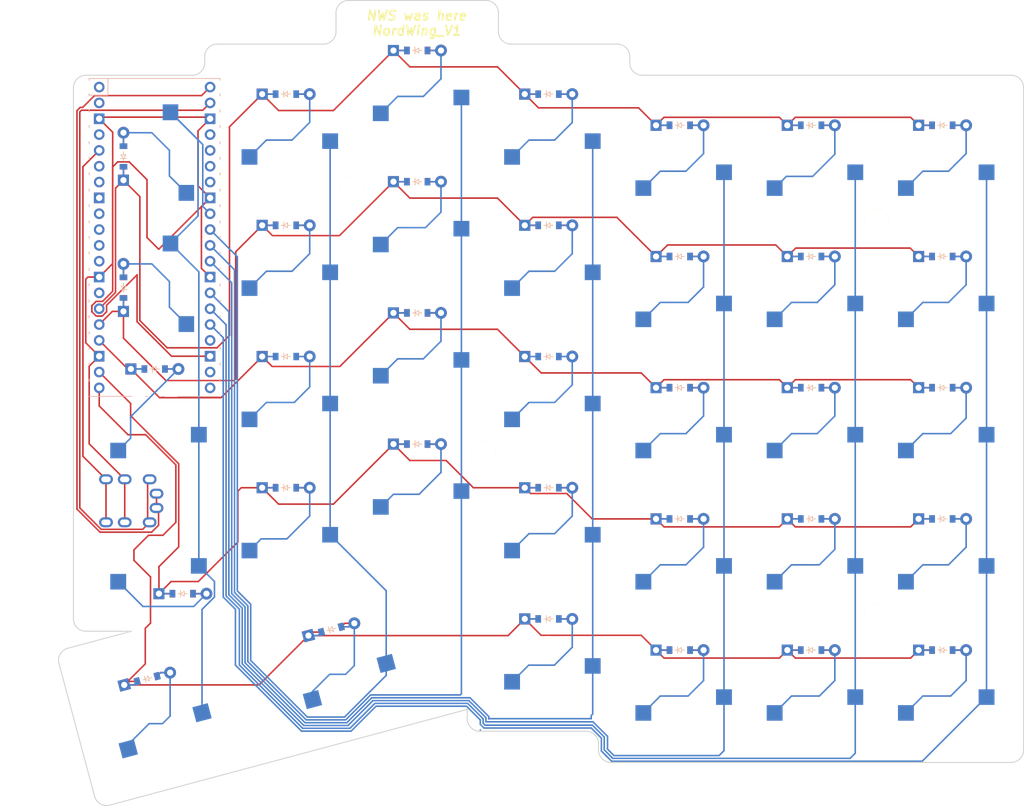
<source format=kicad_pcb>
(kicad_pcb (version 20241229) (generator "pcbnew") (generator_version "9.0")
  (title_block (title "right") (rev "v1.0.0") (company "Unknown"))
  (layers (0 "F.Cu" signal) (2 "B.Cu" signal) (13 "F.Paste" user) (15 "B.Paste" user) (5 "F.SilkS" user "F.Silkscreen") (7 "B.SilkS" user "B.Silkscreen") (1 "F.Mask" user) (3 "B.Mask" user) (25 "Edge.Cuts" user))
  (net 0 "")
  (net 1 "GP6")
  (net 2 "inner_bottom")
  (net 3 "inner_home")
  (net 4 "GP7")
  (net 5 "index_bottom")
  (net 6 "index_home")
  (net 7 "index_top")
  (net 8 "index_num")
  (net 9 "GP8")
  (net 10 "middle_bottom")
  (net 11 "middle_home")
  (net 12 "middle_top")
  (net 13 "middle_num")
  (net 14 "GP9")
  (net 15 "ring_thumb")
  (net 16 "ring_bottom")
  (net 17 "ring_home")
  (net 18 "ring_top")
  (net 19 "ring_num")
  (net 20 "GP10")
  (net 21 "pinky_thumb")
  (net 22 "pinky_bottom")
  (net 23 "pinky_home")
  (net 24 "pinky_top")
  (net 25 "pinky_num")
  (net 26 "GP11")
  (net 27 "right_thumb")
  (net 28 "right_bottom")
  (net 29 "right_home")
  (net 30 "right_top")
  (net 31 "right_num")
  (net 32 "GP12")
  (net 33 "right2_thumb")
  (net 34 "right2_bottom")
  (net 35 "right2_home")
  (net 36 "right2_top")
  (net 37 "right2_num")
  (net 38 "back_space_default")
  (net 39 "enter_default")
  (net 40 "inner_top")
  (net 41 "inner_num")
  (net 42 "GP17")
  (net 43 "GP18")
  (net 44 "GP19")
  (net 45 "GP20")
  (net 46 "GP16")
  (net 47 "GP0")
  (net 48 "GP1")
  (net 49 "GND")
  (net 50 "3V3")
  (net 51 "GP2")
  (net 52 "GP3")
  (net 53 "GP4")
  (net 54 "GP5")
  (net 55 "GP13")
  (net 56 "GP14")
  (net 57 "GP15")
  (net 58 "GP21")
  (net 59 "GP22")
  (net 60 "GP26")
  (net 61 "GP27")
  (net 62 "GP28")
  (net 63 "RUN")
  (net 64 "ADC_VREF")
  (net 65 "3V3_EN")
  (net 66 "VSYS")
  (net 67 "VBUS")
  (net 68 "AGND")
  (footprint "MX" (layer "F.Cu") (at 334.2 157.9 180)
    (property "Reference" "S18" (hide yes))
    (property "Value" "" (hide yes))
  )
  (footprint "ComboDiode" (layer "F.Cu") (at 376.3 152.9)
    (property "Reference" "D26" (hide yes))
    (property "Value" "" (hide yes))
  )
  (footprint "MX" (layer "F.Cu") (at 376.3 178.95 180)
    (property "Reference" "S27" (hide yes))
    (property "Value" "" (hide yes))
  )
  (footprint "ComboDiode" (layer "F.Cu") (at 376.3 131.85)
    (property "Reference" "D27" (hide yes))
    (property "Value" "" (hide yes))
  )
  (footprint "ComboDiode" (layer "F.Cu") (at 248.800905 199.600371 15)
    (property "Reference" "D29" (hide yes))
    (property "Value" "" (hide yes))
  )
  (footprint "ComboDiode" (layer "F.Cu") (at 355.25 110.8)
    (property "Reference" "D23" (hide yes))
    (property "Value" "" (hide yes))
  )
  (footprint "ComboDiode" (layer "F.Cu") (at 271.05 105.8)
    (property "Reference" "D4" (hide yes))
    (property "Value" "" (hide yes))
  )
  (footprint "MX" (layer "F.Cu") (at 250.095 204.43 -165)
    (property "Reference" "S31" (hide yes))
    (property "Value" "" (hide yes))
  )
  (footprint "ComboDiode" (layer "F.Cu") (at 271.05 168.95)
    (property "Reference" "D1" (hide yes))
    (property "Value" "" (hide yes))
  )
  (footprint "ComboDiode" (layer "F.Cu") (at 355.25 195)
    (property "Reference" "D19" (hide yes))
    (property "Value" "" (hide yes))
  )
  (footprint "MX" (layer "F.Cu") (at 355.25 136.85 180)
    (property "Reference" "S24" (hide yes))
    (property "Value" "" (hide yes))
  )
  (footprint "MX" (layer "F.Cu") (at 250 157.9 180)
    (property "Reference" "S2" (hide yes))
    (property "Value" "" (hide yes))
  )
  (footprint "MX" (layer "F.Cu") (at 250 178.95 180)
    (property "Reference" "S1" (hide yes))
    (property "Value" "" (hide yes))
  )
  (footprint "MX" (layer "F.Cu") (at 334.2 178.95 180)
    (property "Reference" "S17" (hide yes))
    (property "Value" "" (hide yes))
  )
  (footprint "MX" (layer "F.Cu") (at 355.25 115.8 180)
    (property "Reference" "S25" (hide yes))
    (property "Value" "" (hide yes))
  )
  (footprint "TRRS-PJ-320A-dual" (layer "F.Cu") (at 239 169.9 90)
    (property "Reference" "TRRS1")
    (property "Value" "TRRS-PJ-320A-dual")
  )
  (footprint "MX" (layer "F.Cu") (at 279.628182 196.516608 -165)
    (property "Reference" "S32" (hide yes))
    (property "Value" "" (hide yes))
  )
  (footprint "MX" (layer "F.Cu") (at 313.15 173.95 180)
    (property "Reference" "S12" (hide yes))
    (property "Value" "" (hide yes))
  )
  (footprint "MX" (layer "F.Cu") (at 292.1 124.85 180)
    (property "Reference" "S9" (hide yes))
    (property "Value" "" (hide yes))
  )
  (footprint "ComboDiode" (layer "F.Cu") (at 313.15 147.9)
    (property "Reference" "D11" (hide yes))
    (property "Value" "" (hide yes))
  )
  (footprint "ComboDiode" (layer "F.Cu") (at 245 115.8 90)
    (property "Reference" "D32" (hide yes))
    (property "Value" "" (hide yes))
  )
  (footprint "MX" (layer "F.Cu") (at 292.1 145.9 180)
    (property "Reference" "S8" (hide yes))
    (property "Value" "" (hide yes))
  )
  (footprint "ComboDiode" (layer "F.Cu") (at 292.1 161.95)
    (property "Reference" "D5" (hide yes))
    (property "Value" "" (hide yes))
  )
  (footprint "ComboDiode" (layer "F.Cu") (at 292.1 98.8)
    (property "Reference" "D8" (hide yes))
    (property "Value" "" (hide yes))
  )
  (footprint "ComboDiode" (layer "F.Cu") (at 376.3 110.8)
    (property "Reference" "D28" (hide yes))
    (property "Value" "" (hide yes))
  )
  (footprint "HOLE_M2_TH" (layer "F.Cu") (at 365.775 126.325)
    (property "Reference" "")
    (property "Value" "")
  )
  (footprint "ComboDiode" (layer "F.Cu") (at 313.15 105.8)
    (property "Reference" "D13" (hide yes))
    (property "Value" "" (hide yes))
  )
  (footprint "MX" (layer "F.Cu") (at 376.3 157.9 180)
    (property "Reference" "S28" (hide yes))
    (property "Value" "" (hide yes))
  )
  (footprint "ComboDiode" (layer "F.Cu") (at 271.05 126.85)
    (property "Reference" "D3" (hide yes))
    (property "Value" "" (hide yes))
  )
  (footprint "MX" (layer "F.Cu") (at 334.2 136.85 180)
    (property "Reference" "S19" (hide yes))
    (property "Value" "" (hide yes))
  )
  (footprint "MX" (layer "F.Cu") (at 271.05 110.8 180)
    (property "Reference" "S6" (hide yes))
    (property "Value" "" (hide yes))
  )
  (footprint "ComboDiode" (layer "F.Cu") (at 334.2 110.8)
    (property "Reference" "D18" (hide yes))
    (property "Value" "" (hide yes))
  )
  (footprint "ComboDiode" (layer "F.Cu") (at 292.1 119.85)
    (property "Reference" "D7" (hide yes))
    (property "Value" "" (hide yes))
  )
  (footprint "HOLE_M2_TH" (layer "F.Cu") (at 260.525 189.475)
    (property "Reference" "")
    (property "Value" "")
  )
  (footprint "MX" (layer "F.Cu") (at 334.2 115.8 180)
    (property "Reference" "S20" (hide yes))
    (property "Value" "" (hide yes))
  )
  (footprint "HOLE_M2_TH" (layer "F.Cu") (at 302.625 163.5)
    (property "Reference" "")
    (property "Value" "")
  )
  (footprint "ComboDiode" (layer "F.Cu") (at 355.25 152.9)
    (property "Reference" "D21" (hide yes))
    (property "Value" "" (hide yes))
  )
  (footprint "MX" (layer "F.Cu") (at 313.15 131.85 180)
    (property "Reference" "S14" (hide yes))
    (property "Value" "" (hide yes))
  )
  (footprint "ComboDiode" (layer "F.Cu") (at 313.15 190)
    (property "Reference" "D9" (hide yes))
    (property "Value" "" (hide yes))
  )
  (footprint "MX" (layer "F.Cu") (at 250 115.8 -90)
    (property "Reference" "S34" (hide yes))
    (property "Value" "" (hide yes))
  )
  (footprint "ComboDiode" (layer "F.Cu") (at 334.2 152.9)
    (property "Reference" "D16" (hide yes))
    (property "Value" "" (hide yes))
  )
  (footprint "RPi_Pico_SMD_TH" (layer "F.Cu") (at 250 128.8)
    (property "Reference" "_1" (hide yes))
    (property "Value" "RPi_Pico_SMD_TH")
  )
  (footprint "ComboDiode" (layer "F.Cu") (at 376.3 173.95)
    (property "Reference" "D25" (hide yes))
    (property "Value" "" (hide yes))
  )
  (footprint "ComboDiode" (layer "F.Cu") (at 245 136.85 90)
    (property "Reference" "D31" (hide yes))
    (property "Value" "" (hide yes))
  )
  (footprint "MX" (layer "F.Cu") (at 334.2 200 180)
    (property "Reference" "S16" (hide yes))
    (property "Value" "" (hide yes))
  )
  (footprint "ComboDiode" (layer "F.Cu") (at 334.2 173.95)
    (property "Reference" "D15" (hide yes))
    (property "Value" "" (hide yes))
  )
  (footprint "MX" (layer "F.Cu") (at 355.25 200 180)
    (property "Reference" "S21" (hide yes))
    (property "Value" "" (hide yes))
  )
  (footprint "MX" (layer "F.Cu") (at 271.05 131.85 180)
    (property "Reference" "S5" (hide yes))
    (property "Value" "" (hide yes))
  )
  (footprint "ComboDiode" (layer "F.Cu") (at 313.15 168.95)
    (property "Reference" "D10" (hide yes))
    (property "Value" "" (hide yes))
  )
  (footprint "ComboDiode" (layer "F.Cu") (at 313.15 126.85)
    (property "Reference" "D12" (hide yes))
    (property "Value" "" (hide yes))
  )
  (footprint "MX" (layer "F.Cu") (at 376.3 200 180)
    (property "Reference" "S26" (hide yes))
    (property "Value" "" (hide yes))
  )
  (footprint "MX" (layer "F.Cu") (at 292.1 166.95 180)
    (property "Reference" "S7" (hide yes))
    (property "Value" "" (hide yes))
  )
  (footprint "MX" (layer "F.Cu") (at 355.25 157.9 180)
    (property "Reference" "S23" (hide yes))
    (property "Value" "" (hide yes))
  )
  (footprint "ComboDiode" (layer "F.Cu") (at 250 149.9)
    (property "Reference" "D33" (hide yes))
    (property "Value" "" (hide yes))
  )
  (footprint "MX" (layer "F.Cu") (at 376.3 115.8 180)
    (property "Reference" "S30" (hide yes))
    (property "Value" "" (hide yes))
  )
  (footprint "MX" (layer "F.Cu") (at 376.3 136.85 180)
    (property "Reference" "S29" (hide yes))
    (property "Value" "" (hide yes))
  )
  (footprint "ComboDiode" (layer "F.Cu") (at 254.5 185.95)
    (property "Reference" "D34" (hide yes))
    (property "Value" "" (hide yes))
  )
  (footprint "MX" (layer "F.Cu") (at 292.1 103.8 180)
    (property "Reference" "S10" (hide yes))
    (property "Value" "" (hide yes))
  )
  (footprint "MX" (layer "F.Cu") (at 271.05 152.9 180)
    (property "Reference" "S4" (hide yes))
    (property "Value" "" (hide yes))
  )
  (footprint "ComboDiode" (layer "F.Cu") (at 292.1 140.9)
    (property "Reference" "D6" (hide yes))
    (property "Value" "" (hide yes))
  )
  (footprint "MX" (layer "F.Cu") (at 313.15 195 180)
    (property "Reference" "S11" (hide yes))
    (property "Value" "" (hide yes))
  )
  (footprint "MX" (layer "F.Cu") (at 355.25 178.95 180)
    (property "Reference" "S22" (hide yes))
    (property "Value" "" (hide yes))
  )
  (footprint "ComboDiode" (layer "F.Cu") (at 278.334087 191.686979 15)
    (property "Reference" "D30" (hide yes))
    (property "Value" "" (hide yes))
  )
  (footprint "HOLE_M2_TH" (layer "F.Cu") (at 365.775 189.475)
    (property "Reference" "")
    (property "Value" "")
  )
  (footprint "MX" (layer "F.Cu") (at 313.15 152.9 180)
    (property "Reference" "S13" (hide yes))
    (property "Value" "" (hide yes))
  )
  (footprint "ComboDiode" (layer "F.Cu") (at 334.2 195)
    (property "Reference" "D14" (hide yes))
    (property "Value" "" (hide yes))
  )
  (footprint "ComboDiode" (layer "F.Cu") (at 271.05 147.9)
    (property "Reference" "D2" (hide yes))
    (property "Value" "" (hide yes))
  )
  (footprint "HOLE_M2_TH" (layer "F.Cu") (at 281.575 121)
    (property "Reference" "")
    (property "Value" "")
  )
  (footprint "ComboDiode" (layer "F.Cu") (at 355.25 131.85)
    (property "Reference" "D22" (hide yes))
    (property "Value" "" (hide yes))
  )
  (footprint "ComboDiode" (layer "F.Cu") (at 355.25 173.95)
    (property "Reference" "D20" (hide yes))
    (property "Value" "" (hide yes))
  )
  (footprint "MX" (layer "F.Cu") (at 313.15 110.8 180)
    (property "Reference" "S15" (hide yes))
    (property "Value" "" (hide yes))
  )
  (footprint "ComboDiode" (layer "F.Cu") (at 376.3 195)
    (property "Reference" "D24" (hide yes))
    (property "Value" "" (hide yes))
  )
  (footprint "MX" (layer "F.Cu") (at 250 136.85 -90)
    (property "Reference" "S33" (hide yes))
    (property "Value" "" (hide yes))
  )
  (footprint "ComboDiode" (layer "F.Cu") (at 334.2 131.85)
    (property "Reference" "D17" (hide yes))
    (property "Value" "" (hide yes))
  )
  (footprint "MX" (layer "F.Cu") (at 271.05 173.95 180)
    (property "Reference" "S3" (hide yes))
    (property "Value" "" (hide yes))
  )
  (gr_line (start 242.816786 219.864664) (end 300.125 204.508974) (stroke (width 0.15)) (layer "Edge.Cuts"))
  (gr_arc (start 258.025 99.775) (mid 258.610786 98.360786) (end 260.025 97.775) (stroke (width 0.15)) (layer "Edge.Cuts"))
  (gr_line (start 234.660336 197.151786) (end 240.367296 218.45045) (stroke (width 0.15)) (layer "Edge.Cuts"))
  (gr_line (start 277.075 97.775) (end 260.025 97.775) (stroke (width 0.15)) (layer "Edge.Cuts"))
  (gr_line (start 321.175 210.025) (end 321.175 211.025) (stroke (width 0.15)) (layer "Edge.Cuts"))
  (gr_arc (start 323.175 213.025) (mid 321.760786 212.439214) (end 321.175 211.025) (stroke (width 0.15)) (layer "Edge.Cuts"))
  (gr_arc (start 279.075 95.775) (mid 278.489214 97.189214) (end 277.075 97.775) (stroke (width 0.15)) (layer "Edge.Cuts"))
  (gr_line (start 324.175 97.775) (end 307.125 97.775) (stroke (width 0.15)) (layer "Edge.Cuts"))
  (gr_line (start 236.975 189.975) (end 236.975 104.775) (stroke (width 0.15)) (layer "Edge.Cuts"))
  (gr_arc (start 279.075 92.775) (mid 279.660786 91.360786) (end 281.075 90.775) (stroke (width 0.15)) (layer "Edge.Cuts"))
  (gr_arc (start 258.025 100.775) (mid 257.439214 102.189214) (end 256.025 102.775) (stroke (width 0.15)) (layer "Edge.Cuts"))
  (gr_arc (start 302.125 208.025) (mid 300.710786 207.439214) (end 300.125 206.025) (stroke (width 0.15)) (layer "Edge.Cuts"))
  (gr_line (start 326.175 100.775) (end 326.175 99.775) (stroke (width 0.15)) (layer "Edge.Cuts"))
  (gr_arc (start 236.975 104.775) (mid 237.560786 103.360786) (end 238.975 102.775) (stroke (width 0.15)) (layer "Edge.Cuts"))
  (gr_line (start 238.975 191.975) (end 246.252957 191.975) (stroke (width 0.15)) (layer "Edge.Cuts"))
  (gr_line (start 300.125 206.025) (end 300.125 204.508974) (stroke (width 0.15)) (layer "Edge.Cuts"))
  (gr_line (start 258.025 99.775) (end 258.025 100.775) (stroke (width 0.15)) (layer "Edge.Cuts"))
  (gr_arc (start 307.125 97.775) (mid 305.710786 97.189214) (end 305.125 95.775) (stroke (width 0.15)) (layer "Edge.Cuts"))
  (gr_arc (start 238.975 191.975) (mid 237.560786 191.389214) (end 236.975 189.975) (stroke (width 0.15)) (layer "Edge.Cuts"))
  (gr_line (start 256.025 102.775) (end 238.975 102.775) (stroke (width 0.15)) (layer "Edge.Cuts"))
  (gr_arc (start 324.175 97.775) (mid 325.589214 98.360786) (end 326.175 99.775) (stroke (width 0.15)) (layer "Edge.Cuts"))
  (gr_line (start 328.175 102.775) (end 387.325 102.775) (stroke (width 0.15)) (layer "Edge.Cuts"))
  (gr_line (start 246.252957 191.975) (end 236.07455 194.702296) (stroke (width 0.15)) (layer "Edge.Cuts"))
  (gr_arc (start 328.175 102.775) (mid 326.760786 102.189214) (end 326.175 100.775) (stroke (width 0.15)) (layer "Edge.Cuts"))
  (gr_arc (start 303.125 90.775) (mid 304.539214 91.360786) (end 305.125 92.775) (stroke (width 0.15)) (layer "Edge.Cuts"))
  (gr_arc (start 389.325 211.025) (mid 388.739214 212.439214) (end 387.325 213.025) (stroke (width 0.15)) (layer "Edge.Cuts"))
  (gr_arc (start 387.325 102.775) (mid 388.739214 103.360786) (end 389.325 104.775) (stroke (width 0.15)) (layer "Edge.Cuts"))
  (gr_line (start 389.325 211.025) (end 389.325 104.775) (stroke (width 0.15)) (layer "Edge.Cuts"))
  (gr_arc (start 234.660336 197.151786) (mid 234.860137 195.634148) (end 236.07455 194.702296) (stroke (width 0.15)) (layer "Edge.Cuts"))
  (gr_arc (start 319.175 208.025) (mid 320.589214 208.610786) (end 321.175 210.025) (stroke (width 0.15)) (layer "Edge.Cuts"))
  (gr_line (start 279.075 92.775) (end 279.075 95.775) (stroke (width 0.15)) (layer "Edge.Cuts"))
  (gr_line (start 302.125 208.025) (end 319.175 208.025) (stroke (width 0.15)) (layer "Edge.Cuts"))
  (gr_arc (start 242.816786 219.864664) (mid 241.299148 219.664863) (end 240.367296 218.45045) (stroke (width 0.15)) (layer "Edge.Cuts"))
  (gr_line (start 305.125 95.775) (end 305.125 92.775) (stroke (width 0.15)) (layer "Edge.Cuts"))
  (gr_line (start 303.125 90.775) (end 281.075 90.775) (stroke (width 0.15)) (layer "Edge.Cuts"))
  (gr_line (start 323.175 213.025) (end 387.325 213.025) (stroke (width 0.15)) (layer "Edge.Cuts"))
  (gr_text "NWS was here\nNordWing_V1" (at 292 96.5 0) (layer "F.SilkS") (effects (font (size 1.5 1.5) (thickness 0.3) (bold yes) (italic yes)) (justify bottom)))
  (segment (start 257.595985 205.049719) (end 257.595985 188.472088) (width 0.25) (layer "B.Cu") (net 1))
  (segment (start 257.085 134.31) (end 252.54 129.765) (width 0.25) (layer "B.Cu") (net 1))
  (segment (start 257.714 123.814) (end 258.89 124.99) (width 0.25) (layer "B.Cu") (net 1))
  (segment (start 257.085 160.44) (end 257.085 134.31) (width 0.25) (layer "B.Cu") (net 1))
  (segment (start 252.54 129.765) (end 256.956 125.349) (width 0.25) (layer "B.Cu") (net 1))
  (segment (start 257.714 113.889) (end 257.714 123.814) (width 0.25) (layer "B.Cu") (net 1))
  (segment (start 252.54 108.715) (end 257.714 113.889) (width 0.25) (layer "B.Cu") (net 1))
  (segment (start 257.595985 188.472088) (end 259.5885 186.479573) (width 0.25) (layer "B.Cu") (net 1))
  (segment (start 259.5885 186.479573) (end 259.5885 183.9935) (width 0.25) (layer "B.Cu") (net 1))
  (segment (start 259.5885 183.9935) (end 257.085 181.49) (width 0.25) (layer "B.Cu") (net 1))
  (segment (start 257.085 181.49) (end 257.085 160.44) (width 0.25) (layer "B.Cu") (net 1))
  (segment (start 256.956 125.349) (end 256.956 113.131) (width 0.25) (layer "B.Cu") (net 1))
  (segment (start 256.956 113.131) (end 252.54 108.715) (width 0.25) (layer "B.Cu") (net 1))
  (segment (start 258.31 185.95) (end 256.15 185.95) (width 0.25) (layer "F.Cu") (net 2))
  (segment (start 244.158 184.03) (end 248.128 188) (width 0.25) (layer "B.Cu") (net 2))
  (segment (start 248.128 188) (end 256.26 188) (width 0.25) (layer "B.Cu") (net 2))
  (segment (start 258.31 185.95) (end 256.15 185.95) (width 0.25) (layer "B.Cu") (net 2))
  (segment (start 256.26 188) (end 258.31 185.95) (width 0.25) (layer "B.Cu") (net 2))
  (segment (start 253.81 149.9) (end 251.65 149.9) (width 0.25) (layer "F.Cu") (net 3))
  (segment (start 253.81 149.9) (end 251.65 149.9) (width 0.25) (layer "B.Cu") (net 3))
  (segment (start 244.158 162.98) (end 246.1469 160.9911) (width 0.25) (layer "B.Cu") (net 3))
  (segment (start 246.1469 157.5631) (end 253.81 149.9) (width 0.25) (layer "B.Cu") (net 3))
  (segment (start 246.1469 160.9911) (end 246.1469 157.5631) (width 0.25) (layer "B.Cu") (net 3))
  (segment (start 287.129167 185.484167) (end 278.135 176.49) (width 0.25) (layer "B.Cu") (net 4))
  (segment (start 278.135 134.39) (end 278.135 113.34) (width 0.25) (layer "B.Cu") (net 4))
  (segment (start 265.396397 187.641397) (end 263.255 185.5) (width 0.25) (layer "B.Cu") (net 4))
  (segment (start 263.255 131.895) (end 258.89 127.53) (width 0.25) (layer "B.Cu") (net 4))
  (segment (start 280.43957 205.745) (end 274.481035 205.745) (width 0.25) (layer "B.Cu") (net 4))
  (segment (start 263.255 185.5) (end 263.255 131.895) (width 0.25) (layer "B.Cu") (net 4))
  (segment (start 287.129167 197.136327) (end 287.129167 199.055403) (width 0.25) (layer "B.Cu") (net 4))
  (segment (start 278.135 155.44) (end 278.135 134.39) (width 0.25) (layer "B.Cu") (net 4))
  (segment (start 287.129167 197.136327) (end 287.129167 185.484167) (width 0.25) (layer "B.Cu") (net 4))
  (segment (start 274.481035 205.745) (end 265.396397 196.660362) (width 0.25) (layer "B.Cu") (net 4))
  (segment (start 278.135 176.49) (end 278.135 155.44) (width 0.25) (layer "B.Cu") (net 4))
  (segment (start 265.396397 196.660362) (end 265.396397 187.641397) (width 0.25) (layer "B.Cu") (net 4))
  (segment (start 287.129167 199.055403) (end 280.43957 205.745) (width 0.25) (layer "B.Cu") (net 4))
  (segment (start 274.86 168.95) (end 272.7 168.95) (width 0.25) (layer "F.Cu") (net 5))
  (segment (start 267.084 177.154) (end 271.197545 177.154) (width 0.25) (layer "B.Cu") (net 5))
  (segment (start 274.86 173.491545) (end 274.86 168.95) (width 0.25) (layer "B.Cu") (net 5))
  (segment (start 274.86 168.95) (end 272.7 168.95) (width 0.25) (layer "B.Cu") (net 5))
  (segment (start 265.208 179.03) (end 267.084 177.154) (width 0.25) (layer "B.Cu") (net 5))
  (segment (start 271.197545 177.154) (end 274.86 173.491545) (width 0.25) (layer "B.Cu") (net 5))
  (segment (start 274.86 147.9) (end 272.7 147.9) (width 0.25) (layer "F.Cu") (net 6))
  (segment (start 274.86 152.786935) (end 274.86 147.9) (width 0.25) (layer "B.Cu") (net 6))
  (segment (start 267.9181 155.2699) (end 272.377035 155.2699) (width 0.25) (layer "B.Cu") (net 6))
  (segment (start 274.86 147.9) (end 272.7 147.9) (width 0.25) (layer "B.Cu") (net 6))
  (segment (start 265.208 157.98) (end 267.9181 155.2699) (width 0.25) (layer "B.Cu") (net 6))
  (segment (start 272.377035 155.2699) (end 274.86 152.786935) (width 0.25) (layer "B.Cu") (net 6))
  (segment (start 274.86 126.85) (end 272.7 126.85) (width 0.25) (layer "F.Cu") (net 7))
  (segment (start 274.86 131.391545) (end 274.86 126.85) (width 0.25) (layer "B.Cu") (net 7))
  (segment (start 265.208 136.93) (end 267.9181 134.2199) (width 0.25) (layer "B.Cu") (net 7))
  (segment (start 274.86 126.85) (end 272.7 126.85) (width 0.25) (layer "B.Cu") (net 7))
  (segment (start 267.9181 134.2199) (end 272.031645 134.2199) (width 0.25) (layer "B.Cu") (net 7))
  (segment (start 272.031645 134.2199) (end 274.86 131.391545) (width 0.25) (layer "B.Cu") (net 7))
  (segment (start 274.86 105.8) (end 272.7 105.8) (width 0.25) (layer "F.Cu") (net 8))
  (segment (start 274.86 105.8) (end 272.7 105.8) (width 0.25) (layer "B.Cu") (net 8))
  (segment (start 274.86 110.341545) (end 274.86 105.8) (width 0.25) (layer "B.Cu") (net 8))
  (segment (start 272.031645 113.1699) (end 274.86 110.341545) (width 0.25) (layer "B.Cu") (net 8))
  (segment (start 267.9181 113.1699) (end 272.031645 113.1699) (width 0.25) (layer "B.Cu") (net 8))
  (segment (start 265.208 115.88) (end 267.9181 113.1699) (width 0.25) (layer "B.Cu") (net 8))
  (segment (start 274.294225 206.196) (end 264.945397 196.847172) (width 0.25) (layer "B.Cu") (net 9))
  (segment (start 284.62638 202.196) (end 280.62638 206.196) (width 0.25) (layer "B.Cu") (net 9))
  (segment (start 299.185 127.39) (end 299.185 106.34) (width 0.25) (layer "B.Cu") (net 9))
  (segment (start 264.945397 196.847172) (end 264.945397 187.894157) (width 0.25) (layer "B.Cu") (net 9))
  (segment (start 299.185 202.011) (end 299 202.196) (width 0.25) (layer "B.Cu") (net 9))
  (segment (start 280.62638 206.196) (end 274.294225 206.196) (width 0.25) (layer "B.Cu") (net 9))
  (segment (start 262.804 133.984) (end 258.89 130.07) (width 0.25) (layer "B.Cu") (net 9))
  (segment (start 299.185 169.49) (end 299.185 148.44) (width 0.25) (layer "B.Cu") (net 9))
  (segment (start 262.804 185.75276) (end 262.804 133.984) (width 0.25) (layer "B.Cu") (net 9))
  (segment (start 299.185 148.44) (end 299.185 127.39) (width 0.25) (layer "B.Cu") (net 9))
  (segment (start 299.185 169.49) (end 299.185 202.011) (width 0.25) (layer "B.Cu") (net 9))
  (segment (start 264.945397 187.894157) (end 262.804 185.75276) (width 0.25) (layer "B.Cu") (net 9))
  (segment (start 299 202.196) (end 284.62638 202.196) (width 0.25) (layer "B.Cu") (net 9))
  (segment (start 295.91 161.95) (end 293.75 161.95) (width 0.25) (layer "F.Cu") (net 10))
  (segment (start 295.91 161.95) (end 293.75 161.95) (width 0.25) (layer "B.Cu") (net 10))
  (segment (start 286.258 172.03) (end 288.288 170) (width 0.25) (layer "B.Cu") (net 10))
  (segment (start 295.91 166.491545) (end 295.91 161.95) (width 0.25) (layer "B.Cu") (net 10))
  (segment (start 292.401545 170) (end 295.91 166.491545) (width 0.25) (layer "B.Cu") (net 10))
  (segment (start 288.288 170) (end 292.401545 170) (width 0.25) (layer "B.Cu") (net 10))
  (segment (start 295.91 140.9) (end 293.75 140.9) (width 0.25) (layer "F.Cu") (net 11))
  (segment (start 295.91 140.9) (end 293.75 140.9) (width 0.25) (layer "B.Cu") (net 11))
  (segment (start 286.258 150.98) (end 288.9681 148.2699) (width 0.25) (layer "B.Cu") (net 11))
  (segment (start 288.9681 148.2699) (end 293.081645 148.2699) (width 0.25) (layer "B.Cu") (net 11))
  (segment (start 295.91 145.441545) (end 295.91 140.9) (width 0.25) (layer "B.Cu") (net 11))
  (segment (start 293.081645 148.2699) (end 295.91 145.441545) (width 0.25) (layer "B.Cu") (net 11))
  (segment (start 295.91 119.85) (end 293.75 119.85) (width 0.25) (layer "F.Cu") (net 12))
  (segment (start 295.91 124.736935) (end 295.91 119.85) (width 0.25) (layer "B.Cu") (net 12))
  (segment (start 286.258 129.93) (end 288.9681 127.2199) (width 0.25) (layer "B.Cu") (net 12))
  (segment (start 295.91 119.85) (end 293.75 119.85) (width 0.25) (layer "B.Cu") (net 12))
  (segment (start 293.427035 127.2199) (end 295.91 124.736935) (width 0.25) (layer "B.Cu") (net 12))
  (segment (start 288.9681 127.2199) (end 293.427035 127.2199) (width 0.25) (layer "B.Cu") (net 12))
  (segment (start 295.91 98.8) (end 293.75 98.8) (width 0.25) (layer "F.Cu") (net 13))
  (segment (start 286.258 108.88) (end 288.9681 106.1699) (width 0.25) (layer "B.Cu") (net 13))
  (segment (start 295.91 103.341545) (end 295.91 98.8) (width 0.25) (layer "B.Cu") (net 13))
  (segment (start 295.91 98.8) (end 293.75 98.8) (width 0.25) (layer "B.Cu") (net 13))
  (segment (start 293.081645 106.1699) (end 295.91 103.341545) (width 0.25) (layer "B.Cu") (net 13))
  (segment (start 288.9681 106.1699) (end 293.081645 106.1699) (width 0.25) (layer "B.Cu") (net 13))
  (segment (start 303.57 206.049) (end 303.57 206) (width 0.25) (layer "B.Cu") (net 14))
  (segment (start 320 206) (end 320 205.5) (width 0.25) (layer "B.Cu") (net 14))
  (segment (start 280.81319 206.647) (end 274.107415 206.647) (width 0.25) (layer "B.Cu") (net 14))
  (segment (start 303.57 205.65657) (end 300.56043 202.647) (width 0.25) (layer "B.Cu") (net 14))
  (segment (start 264.494397 188.080967) (end 262.353 185.93957) (width 0.25) (layer "B.Cu") (net 14))
  (segment (start 274.107415 206.647) (end 264.494397 197.033982) (width 0.25) (layer "B.Cu") (net 14))
  (segment (start 303.57 206) (end 320 206) (width 0.25) (layer "B.Cu") (net 14))
  (segment (start 320.235 134.39) (end 320.235 113.34) (width 0.25) (layer "B.Cu") (net 14))
  (segment (start 300.56043 202.647) (end 284.81319 202.647) (width 0.25) (layer "B.Cu") (net 14))
  (segment (start 262.353 185.93957) (end 262.353 136.073) (width 0.25) (layer "B.Cu") (net 14))
  (segment (start 320.235 155.44) (end 320.235 134.39) (width 0.25) (layer "B.Cu") (net 14))
  (segment (start 320.235 197.54) (end 320.235 176.49) (width 0.25) (layer "B.Cu") (net 14))
  (segment (start 320.235 176.49) (end 320.235 155.44) (width 0.25) (layer "B.Cu") (net 14))
  (segment (start 262.353 136.073) (end 258.89 132.61) (width 0.25) (layer "B.Cu") (net 14))
  (segment (start 284.81319 202.647) (end 280.81319 206.647) (width 0.25) (layer "B.Cu") (net 14))
  (segment (start 320.235 205.265) (end 320.235 197.54) (width 0.25) (layer "B.Cu") (net 14))
  (segment (start 264.494397 197.033982) (end 264.494397 188.080967) (width 0.25) (layer "B.Cu") (net 14))
  (segment (start 320 205.5) (end 320.235 205.265) (width 0.25) (layer "B.Cu") (net 14))
  (segment (start 303.57 206) (end 303.57 205.65657) (width 0.25) (layer "B.Cu") (net 14))
  (segment (start 316.96 190) (end 314.8 190) (width 0.25) (layer "F.Cu") (net 15))
  (segment (start 316.96 194.541545) (end 316.96 190) (width 0.25) (layer "B.Cu") (net 15))
  (segment (start 314.085545 197.416) (end 316.96 194.541545) (width 0.25) (layer "B.Cu") (net 15))
  (segment (start 314.8 190) (end 316.96 190) (width 0.25) (layer "B.Cu") (net 15))
  (segment (start 309.972 197.416) (end 314.085545 197.416) (width 0.25) (layer "B.Cu") (net 15))
  (segment (start 307.308 200.08) (end 309.972 197.416) (width 0.25) (layer "B.Cu") (net 15))
  (segment (start 316.96 168.95) (end 314.8 168.95) (width 0.25) (layer "F.Cu") (net 16))
  (segment (start 307.308 179.03) (end 310.0181 176.3199) (width 0.25) (layer "B.Cu") (net 16))
  (segment (start 310.0181 176.3199) (end 314.131645 176.3199) (width 0.25) (layer "B.Cu") (net 16))
  (segment (start 316.96 173.491545) (end 316.96 168.95) (width 0.25) (layer "B.Cu") (net 16))
  (segment (start 314.131645 176.3199) (end 316.96 173.491545) (width 0.25) (layer "B.Cu") (net 16))
  (segment (start 316.96 168.95) (end 314.8 168.95) (width 0.25) (layer "B.Cu") (net 16))
  (segment (start 316.96 147.9) (end 314.8 147.9) (width 0.25) (layer "F.Cu") (net 17))
  (segment (start 307.308 157.98) (end 310.0181 155.2699) (width 0.25) (layer "B.Cu") (net 17))
  (segment (start 316.96 152.441545) (end 316.96 147.9) (width 0.25) (layer "B.Cu") (net 17))
  (segment (start 310.0181 155.2699) (end 314.131645 155.2699) (width 0.25) (layer "B.Cu") (net 17))
  (segment (start 314.131645 155.2699) (end 316.96 152.441545) (width 0.25) (layer "B.Cu") (net 17))
  (segment (start 316.96 147.9) (end 314.8 147.9) (width 0.25) (layer "B.Cu") (net 17))
  (segment (start 316.96 126.85) (end 314.8 126.85) (width 0.25) (layer "F.Cu") (net 18))
  (segment (start 310.0181 134.2199) (end 314.131645 134.2199) (width 0.25) (layer "B.Cu") (net 18))
  (segment (start 307.308 136.93) (end 310.0181 134.2199) (width 0.25) (layer "B.Cu") (net 18))
  (segment (start 314.131645 134.2199) (end 316.96 131.391545) (width 0.25) (layer "B.Cu") (net 18))
  (segment (start 316.96 126.85) (end 314.8 126.85) (width 0.25) (layer "B.Cu") (net 18))
  (segment (start 316.96 131.391545) (end 316.96 126.85) (width 0.25) (layer "B.Cu") (net 18))
  (segment (start 316.96 105.8) (end 314.8 105.8) (width 0.25) (layer "F.Cu") (net 19))
  (segment (start 314.131645 113.1699) (end 316.96 110.341545) (width 0.25) (layer "B.Cu") (net 19))
  (segment (start 316.96 105.8) (end 314.8 105.8) (width 0.25) (layer "B.Cu") (net 19))
  (segment (start 316.96 110.341545) (end 316.96 105.8) (width 0.25) (layer "B.Cu") (net 19))
  (segment (start 310.0181 113.1699) (end 314.131645 113.1699) (width 0.25) (layer "B.Cu") (net 19))
  (segment (start 307.308 115.88) (end 310.0181 113.1699) (width 0.25) (layer "B.Cu") (net 19))
  (segment (start 261.902 186.12638) (end 261.902 140.702) (width 0.25) (layer "B.Cu") (net 20))
  (segment (start 341.285 181.49) (end 341.285 160.44) (width 0.25) (layer "B.Cu") (net 20))
  (segment (start 320.27562 206.5) (end 303.119 206.5) (width 0.25) (layer "B.Cu") (net 20))
  (segment (start 341.285 202.54) (end 341.285 211.137) (width 0.25) (layer "B.Cu") (net 20))
  (segment (start 303.119 205.84338) (end 300.37362 203.098) (width 0.25) (layer "B.Cu") (net 20))
  (segment (start 285 203.098) (end 281 207.098) (width 0.25) (layer "B.Cu") (net 20))
  (segment (start 300.37362 203.098) (end 285 203.098) (width 0.25) (layer "B.Cu") (net 20))
  (segment (start 341.285 211.137) (end 340.5 211.922) (width 0.25) (layer "B.Cu") (net 20))
  (segment (start 322.610363 208.834743) (end 320.27562 206.5) (width 0.25) (layer "B.Cu") (net 20))
  (segment (start 341.285 139.39) (end 341.285 118.34) (width 0.25) (layer "B.Cu") (net 20))
  (segment (start 323.642727 211.922) (end 322.610363 210.889636) (width 0.25) (layer "B.Cu") (net 20))
  (segment (start 273.920605 207.098) (end 264.043397 197.220792) (width 0.25) (layer "B.Cu") (net 20))
  (segment (start 261.902 140.702) (end 258.89 137.69) (width 0.25) (layer "B.Cu") (net 20))
  (segment (start 281 207.098) (end 273.920605 207.098) (width 0.25) (layer "B.Cu") (net 20))
  (segment (start 264.043397 197.220792) (end 264.043397 188.267777) (width 0.25) (layer "B.Cu") (net 20))
  (segment (start 264.043397 188.267777) (end 261.902 186.12638) (width 0.25) (layer "B.Cu") (net 20))
  (segment (start 322.610363 210.889636) (end 322.610363 208.834743) (width 0.25) (layer "B.Cu") (net 20))
  (segment (start 303.119 206.5) (end 303.119 205.84338) (width 0.25) (layer "B.Cu") (net 20))
  (segment (start 340.5 211.922) (end 323.642727 211.922) (width 0.25) (layer "B.Cu") (net 20))
  (segment (start 341.285 202.54) (end 341.285 181.49) (width 0.25) (layer "B.Cu") (net 20))
  (segment (start 341.285 160.44) (end 341.285 139.39) (width 0.25) (layer "B.Cu") (net 20))
  (segment (start 338.01 195) (end 335.85 195) (width 0.25) (layer "F.Cu") (net 21))
  (segment (start 328.358 205.08) (end 331.0681 202.3699) (width 0.25) (layer "B.Cu") (net 21))
  (segment (start 335.527035 202.3699) (end 338.01 199.886935) (width 0.25) (layer "B.Cu") (net 21))
  (segment (start 338.01 199.886935) (end 338.01 195) (width 0.25) (layer "B.Cu") (net 21))
  (segment (start 331.0681 202.3699) (end 335.527035 202.3699) (width 0.25) (layer "B.Cu") (net 21))
  (segment (start 335.85 195) (end 338.01 195) (width 0.25) (layer "B.Cu") (net 21))
  (segment (start 338.01 173.95) (end 335.85 173.95) (width 0.25) (layer "F.Cu") (net 22))
  (segment (start 335.85 173.95) (end 338.01 173.95) (width 0.25) (layer "B.Cu") (net 22))
  (segment (start 328.358 184.03) (end 331.0681 181.3199) (width 0.25) (layer "B.Cu") (net 22))
  (segment (start 331.0681 181.3199) (end 335.181645 181.3199) (width 0.25) (layer "B.Cu") (net 22))
  (segment (start 335.181645 181.3199) (end 338.01 178.491545) (width 0.25) (layer "B.Cu") (net 22))
  (segment (start 338.01 178.491545) (end 338.01 173.95) (width 0.25) (layer "B.Cu") (net 22))
  (segment (start 338.01 152.9) (end 335.85 152.9) (width 0.25) (layer "F.Cu") (net 23))
  (segment (start 328.358 162.98) (end 331.0681 160.2699) (width 0.25) (layer "B.Cu") (net 23))
  (segment (start 338.01 157.441545) (end 338.01 152.9) (width 0.25) (layer "B.Cu") (net 23))
  (segment (start 338.01 152.9) (end 335.85 152.9) (width 0.25) (layer "B.Cu") (net 23))
  (segment (start 331.0681 160.2699) (end 335.181645 160.2699) (width 0.25) (layer "B.Cu") (net 23))
  (segment (start 335.181645 160.2699) (end 338.01 157.441545) (width 0.25) (layer "B.Cu") (net 23))
  (segment (start 338.01 131.85) (end 335.85 131.85) (width 0.25) (layer "F.Cu") (net 24))
  (segment (start 335.527035 139.2199) (end 338.01 136.736935) (width 0.25) (layer "B.Cu") (net 24))
  (segment (start 328.358 141.93) (end 331.0681 139.2199) (width 0.25) (layer "B.Cu") (net 24))
  (segment (start 338.01 136.736935) (end 338.01 131.85) (width 0.25) (layer "B.Cu") (net 24))
  (segment (start 331.0681 139.2199) (end 335.527035 139.2199) (width 0.25) (layer "B.Cu") (net 24))
  (segment (start 338.01 131.85) (end 335.85 131.85) (width 0.25) (layer "B.Cu") (net 24))
  (segment (start 338.01 110.8) (end 335.85 110.8) (width 0.25) (layer "F.Cu") (net 25))
  (segment (start 338.01 110.8) (end 335.85 110.8) (width 0.25) (layer "B.Cu") (net 25))
  (segment (start 328.358 120.88) (end 331.0681 118.1699) (width 0.25) (layer "B.Cu") (net 25))
  (segment (start 331.0681 118.1699) (end 335.181645 118.1699) (width 0.25) (layer "B.Cu") (net 25))
  (segment (start 335.181645 118.1699) (end 338.01 115.341545) (width 0.25) (layer "B.Cu") (net 25))
  (segment (start 338.01 115.341545) (end 338.01 110.8) (width 0.25) (layer "B.Cu") (net 25))
  (segment (start 261.451 142.791) (end 258.89 140.23) (width 0.25) (layer "B.Cu") (net 26))
  (segment (start 323.041459 211.958541) (end 322.083196 211.000279) (width 0.25) (layer "B.Cu") (net 26))
  (segment (start 362.335 139.39) (end 362.335 118.34) (width 0.25) (layer "B.Cu") (net 26))
  (segment (start 320.18681 207.049) (end 302.992 207.049) (width 0.25) (layer "B.Cu") (net 26))
  (segment (start 362.335 202.54) (end 362.335 181.49) (width 0.25) (layer "B.Cu") (net 26))
  (segment (start 323.455917 212.373) (end 323.041459 211.958541) (width 0.25) (layer "B.Cu") (net 26))
  (segment (start 302.668 206.725) (end 302.668 206.03019) (width 0.25) (layer "B.Cu") (net 26))
  (segment (start 362.335 202.54) (end 362.335 211.538) (width 0.25) (layer "B.Cu") (net 26))
  (segment (start 273.733795 207.549) (end 263.592397 197.407602) (width 0.25) (layer "B.Cu") (net 26))
  (segment (start 302.992 207.049) (end 302.668 206.725) (width 0.25) (layer "B.Cu") (net 26))
  (segment (start 361.5 212.373) (end 323.455918 212.373) (width 0.25) (layer "B.Cu") (net 26))
  (segment (start 362.335 211.538) (end 361.5 212.373) (width 0.25) (layer "B.Cu") (net 26))
  (segment (start 302.668 206.03019) (end 300.18681 203.549) (width 0.25) (layer "B.Cu") (net 26))
  (segment (start 362.335 160.44) (end 362.335 139.39) (width 0.25) (layer "B.Cu") (net 26))
  (segment (start 261.451 186.31319) (end 261.451 142.791) (width 0.25) (layer "B.Cu") (net 26))
  (segment (start 285.31319 203.549) (end 281.31319 207.549) (width 0.25) (layer "B.Cu") (net 26))
  (segment (start 281.31319 207.549) (end 273.733795 207.549) (width 0.25) (layer "B.Cu") (net 26))
  (segment (start 323.455918 212.373) (end 323.041459 211.958541) (width 0.25) (layer "B.Cu") (net 26))
  (segment (start 263.592397 188.454587) (end 261.451 186.31319) (width 0.25) (layer "B.Cu") (net 26))
  (segment (start 322.083196 208.945386) (end 320.18681 207.049) (width 0.25) (layer "B.Cu") (net 26))
  (segment (start 300.18681 203.549) (end 285.31319 203.549) (width 0.25) (layer "B.Cu") (net 26))
  (segment (start 322.083196 211.000279) (end 322.083196 208.945386) (width 0.25) (layer "B.Cu") (net 26))
  (segment (start 362.335 181.49) (end 362.335 160.44) (width 0.25) (layer "B.Cu") (net 26))
  (segment (start 263.592397 197.407602) (end 263.592397 188.454587) (width 0.25) (layer "B.Cu") (net 26))
  (segment (start 359.06 195) (end 356.9 195) (width 0.25) (layer "F.Cu") (net 27))
  (segment (start 356.577035 202.3699) (end 359.06 199.886935) (width 0.25) (layer "B.Cu") (net 27))
  (segment (start 359.06 199.886935) (end 359.06 195) (width 0.25) (layer "B.Cu") (net 27))
  (segment (start 356.9 195) (end 359.06 195) (width 0.25) (layer "B.Cu") (net 27))
  (segment (start 349.408 205.08) (end 352.1181 202.3699) (width 0.25) (layer "B.Cu") (net 27))
  (segment (start 352.1181 202.3699) (end 356.577035 202.3699) (width 0.25) (layer "B.Cu") (net 27))
  (segment (start 359.06 173.95) (end 356.9 173.95) (width 0.25) (layer "F.Cu") (net 28))
  (segment (start 359.06 178.836935) (end 359.06 173.95) (width 0.25) (layer "B.Cu") (net 28))
  (segment (start 356.577035 181.3199) (end 359.06 178.836935) (width 0.25) (layer "B.Cu") (net 28))
  (segment (start 356.9 173.95) (end 359.06 173.95) (width 0.25) (layer "B.Cu") (net 28))
  (segment (start 349.408 184.03) (end 352.1181 181.3199) (width 0.25) (layer "B.Cu") (net 28))
  (segment (start 352.1181 181.3199) (end 356.577035 181.3199) (width 0.25) (layer "B.Cu") (net 28))
  (segment (start 359.06 152.9) (end 356.9 152.9) (width 0.25) (layer "F.Cu") (net 29))
  (segment (start 349.408 162.98) (end 352.1181 160.2699) (width 0.25) (layer "B.Cu") (net 29))
  (segment (start 356.231645 160.2699) (end 359.06 157.441545) (width 0.25) (layer "B.Cu") (net 29))
  (segment (start 352.1181 160.2699) (end 356.231645 160.2699) (width 0.25) (layer "B.Cu") (net 29))
  (segment (start 359.06 157.441545) (end 359.06 152.9) (width 0.25) (layer "B.Cu") (net 29))
  (segment (start 359.06 152.9) (end 356.9 152.9) (width 0.25) (layer "B.Cu") (net 29))
  (segment (start 359.06 131.85) (end 356.9 131.85) (width 0.25) (layer "F.Cu") (net 30))
  (segment (start 359.06 131.85) (end 356.9 131.85) (width 0.25) (layer "B.Cu") (net 30))
  (segment (start 349.408 141.93) (end 352.1181 139.2199) (width 0.25) (layer "B.Cu") (net 30))
  (segment (start 352.1181 139.2199) (end 356.231645 139.2199) (width 0.25) (layer "B.Cu") (net 30))
  (segment (start 356.231645 139.2199) (end 359.06 136.391545) (width 0.25) (layer "B.Cu") (net 30))
  (segment (start 359.06 136.391545) (end 359.06 131.85) (width 0.25) (layer "B.Cu") (net 30))
  (segment (start 359.06 110.8) (end 356.9 110.8) (width 0.25) (layer "F.Cu") (net 31))
  (segment (start 359.06 115.44) (end 359.06 110.8) (width 0.25) (layer "B.Cu") (net 31))
  (segment (start 351.288 119) (end 355.5 119) (width 0.25) (layer "B.Cu") (net 31))
  (segment (start 355.5 119) (end 359.06 115.44) (width 0.25) (layer "B.Cu") (net 31))
  (segment (start 349.408 120.88) (end 351.288 119) (width 0.25) (layer "B.Cu") (net 31))
  (segment (start 359.06 110.8) (end 356.9 110.8) (width 0.25) (layer "B.Cu") (net 31))
  (segment (start 321.632196 209.132196) (end 320 207.5) (width 0.25) (layer "B.Cu") (net 32))
  (segment (start 321.632196 211.18709) (end 321.632196 209.132196) (width 0.25) (layer "B.Cu") (net 32))
  (segment (start 281.5 208) (end 273.546985 208) (width 0.25) (layer "B.Cu") (net 32))
  (segment (start 320 207.5) (end 302.80519 207.5) (width 0.25) (layer "B.Cu") (net 32))
  (segment (start 302.217 206.217) (end 300 204) (width 0.25) (layer "B.Cu") (net 32))
  (segment (start 323.268974 212.824) (end 323.267 212.821893) (width 0.25) (layer "B.Cu") (net 32))
  (segment (start 322.472553 212.027447) (end 321.632196 211.18709) (width 0.25) (layer "B.Cu") (net 32))
  (segment (start 261 144.88) (end 258.89 142.77) (width 0.25) (layer "B.Cu") (net 32))
  (segment (start 383.36 202.54) (end 373.076 212.824) (width 0.25) (layer "B.Cu") (net 32))
  (segment (start 285.5 204) (end 281.5 208) (width 0.25) (layer "B.Cu") (net 32))
  (segment (start 302.80519 207.5) (end 302.217 206.91181) (width 0.25) (layer "B.Cu") (net 32))
  (segment (start 262.951 197.404015) (end 262.951 188.451) (width 0.25) (layer "B.Cu") (net 32))
  (segment (start 383.385 160.44) (end 383.385 139.39) (width 0.25) (layer "B.Cu") (net 32))
  (segment (start 383.385 202.54) (end 383.385 181.49) (width 0.25) (layer "B.Cu") (net 32))
  (segment (start 261 186.5) (end 261 144.88) (width 0.25) (layer "B.Cu") (net 32))
  (segment (start 262.951 188.451) (end 261 186.5) (width 0.25) (layer "B.Cu") (net 32))
  (segment (start 273.546985 208) (end 262.951 197.404015) (width 0.25) (layer "B.Cu") (net 32))
  (segment (start 302.218974 207.824) (end 302.217 207.821893) (width 0.25) (layer "B.Cu") (net 32))
  (segment (start 383.385 139.39) (end 383.385 118.34) (width 0.25) (layer "B.Cu") (net 32))
  (segment (start 373.076 212.824) (end 323.268974 212.824) (width 0.25) (layer "B.Cu") (net 32))
  (segment (start 383.385 181.49) (end 383.385 160.44) (width 0.25) (layer "B.Cu") (net 32))
  (segment (start 383.385 202.54) (end 383.36 202.54) (width 0.25) (layer "B.Cu") (net 32))
  (segment (start 302.217 206.91181) (end 302.217 206.217) (width 0.25) (layer "B.Cu") (net 32))
  (segment (start 322.472553 212.027447) (end 322.368783 211.923676) (width 0.25) (layer "B.Cu") (net 32))
  (segment (start 300 204) (end 285.5 204) (width 0.25) (layer "B.Cu") (net 32))
  (segment (start 323.267 212.821893) (end 322.472553 212.027447) (width 0.25) (layer "B.Cu") (net 32))
  (segment (start 380.11 195) (end 377.95 195) (width 0.25) (layer "F.Cu") (net 33))
  (segment (start 380.11 199.886935) (end 380.11 195) (width 0.25) (layer "B.Cu") (net 33))
  (segment (start 377.627035 202.3699) (end 380.11 199.886935) (width 0.25) (layer "B.Cu") (net 33))
  (segment (start 377.95 195) (end 380.11 195) (width 0.25) (layer "B.Cu") (net 33))
  (segment (start 370.458 205.08) (end 373.1681 202.3699) (width 0.25) (layer "B.Cu") (net 33))
  (segment (start 373.1681 202.3699) (end 377.627035 202.3699) (width 0.25) (layer "B.Cu") (net 33))
  (segment (start 380.11 173.95) (end 377.95 173.95) (width 0.25) (layer "F.Cu") (net 34))
  (segment (start 370.458 184.03) (end 373.1681 181.3199) (width 0.25) (layer "B.Cu") (net 34))
  (segment (start 373.1681 181.3199) (end 377.281645 181.3199) (width 0.25) (layer "B.Cu") (net 34))
  (segment (start 377.95 173.95) (end 380.11 173.95) (width 0.25) (layer "B.Cu") (net 34))
  (segment (start 380.11 178.491545) (end 380.11 173.95) (width 0.25) (layer "B.Cu") (net 34))
  (segment (start 377.281645 181.3199) (end 380.11 178.491545) (width 0.25) (layer "B.Cu") (net 34))
  (segment (start 380.11 152.9) (end 377.95 152.9) (width 0.25) (layer "F.Cu") (net 35))
  (segment (start 370.458 162.98) (end 373.1681 160.2699) (width 0.25) (layer "B.Cu") (net 35))
  (segment (start 373.1681 160.2699) (end 377.627035 160.2699) (width 0.25) (layer "B.Cu") (net 35))
  (segment (start 380.11 152.9) (end 377.95 152.9) (width 0.25) (layer "B.Cu") (net 35))
  (segment (start 377.627035 160.2699) (end 380.11 157.786935) (width 0.25) (layer "B.Cu") (net 35))
  (segment (start 380.11 157.786935) (end 380.11 152.9) (width 0.25) (layer "B.Cu") (net 35))
  (segment (start 380.11 131.85) (end 377.95 131.85) (width 0.25) (layer "F.Cu") (net 36))
  (segment (start 377.281645 139.2199) (end 380.11 136.391545) (width 0.25) (layer "B.Cu") (net 36))
  (segment (start 380.11 131.85) (end 377.95 131.85) (width 0.25) (layer "B.Cu") (net 36))
  (segment (start 373.1681 139.2199) (end 377.281645 139.2199) (width 0.25) (layer "B.Cu") (net 36))
  (segment (start 380.11 136.391545) (end 380.11 131.85) (width 0.25) (layer "B.Cu") (net 36))
  (segment (start 370.458 141.93) (end 373.1681 139.2199) (width 0.25) (layer "B.Cu") (net 36))
  (segment (start 380.11 110.8) (end 377.95 110.8) (width 0.25) (layer "F.Cu") (net 37))
  (segment (start 373.1681 118.1699) (end 377.281645 118.1699) (width 0.25) (layer "B.Cu") (net 37))
  (segment (start 380.11 110.8) (end 377.95 110.8) (width 0.25) (layer "B.Cu") (net 37))
  (segment (start 380.11 115.341545) (end 380.11 110.8) (width 0.25) (layer "B.Cu") (net 37))
  (segment (start 377.281645 118.1699) (end 380.11 115.341545) (width 0.25) (layer "B.Cu") (net 37))
  (segment (start 370.458 120.88) (end 373.1681 118.1699) (width 0.25) (layer "B.Cu") (net 37))
  (segment (start 250.953733 198.61427) (end 250.394683 199.17332) (width 0.25) (layer "F.Cu") (net 38))
  (segment (start 252.481082 198.61427) (end 250.953733 198.61427) (width 0.25) (layer "F.Cu") (net 38))
  (segment (start 252.481082 205.575496) (end 252.481082 198.61427) (width 0.25) (layer "B.Cu") (net 38))
  (segment (start 250.953733 198.61427) (end 250.394683 199.17332) (width 0.25) (layer "B.Cu") (net 38))
  (segment (start 251.256678 206.7999) (end 252.481082 205.575496) (width 0.25) (layer "B.Cu") (net 38))
  (segment (start 252.481082 198.61427) (end 250.953733 198.61427) (width 0.25) (layer "B.Cu") (net 38))
  (segment (start 249.113355 206.7999) (end 251.256678 206.7999) (width 0.25) (layer "B.Cu") (net 38))
  (segment (start 245.766862 210.848924) (end 245.766862 210.146393) (width 0.25) (layer "B.Cu") (net 38))
  (segment (start 245.766862 210.146393) (end 249.113355 206.7999) (width 0.25) (layer "B.Cu") (net 38))
  (segment (start 282.014264 190.700878) (end 280.486915 190.700878) (width 0.25) (layer "F.Cu") (net 39))
  (segment (start 280.486915 190.700878) (end 279.927865 191.259928) (width 0.25) (layer "F.Cu") (net 39))
  (segment (start 278.054973 198.886508) (end 280.609827 198.886508) (width 0.25) (layer "B.Cu") (net 39))
  (segment (start 275.300044 201.641437) (end 278.054973 198.886508) (width 0.25) (layer "B.Cu") (net 39))
  (segment (start 280.609827 198.886508) (end 282.014264 197.482071) (width 0.25) (layer "B.Cu") (net 39))
  (segment (start 281.455214 191.259928) (end 282.014264 190.700878) (width 0.25) (layer "B.Cu") (net 39))
  (segment (start 282.014264 197.482071) (end 282.014264 190.700878) (width 0.25) (layer "B.Cu") (net 39))
  (segment (start 275.300044 202.935532) (end 275.300044 201.641437) (width 0.25) (layer "B.Cu") (net 39))
  (segment (start 279.927865 191.259928) (end 281.455214 191.259928) (width 0.25) (layer "B.Cu") (net 39))
  (segment (start 245 133.04) (end 245 135.2) (width 0.25) (layer "F.Cu") (net 40))
  (segment (start 245 135.2) (end 245 133.04) (width 0.25) (layer "B.Cu") (net 40))
  (segment (start 252.3699 139.9819) (end 252.3699 135.868355) (width 0.25) (layer "B.Cu") (net 40))
  (segment (start 252.3699 135.868355) (end 249.541545 133.04) (width 0.25) (layer "B.Cu") (net 40))
  (segment (start 255.08 142.692) (end 252.3699 139.9819) (width 0.25) (layer "B.Cu") (net 40))
  (segment (start 249.541545 133.04) (end 245 133.04) (width 0.25) (layer "B.Cu") (net 40))
  (segment (start 245 111.99) (end 245 114.15) (width 0.25) (layer "F.Cu") (net 41))
  (segment (start 249.541545 111.99) (end 245 111.99) (width 0.25) (layer "B.Cu") (net 41))
  (segment (start 252.3699 118.9319) (end 252.3699 114.818355) (width 0.25) (layer "B.Cu") (net 41))
  (segment (start 252.3699 114.818355) (end 249.541545 111.99) (width 0.25) (layer "B.Cu") (net 41))
  (segment (start 255.08 121.642) (end 252.3699 118.9319) (width 0.25) (layer "B.Cu") (net 41))
  (segment (start 245 114.15) (end 245 111.99) (width 0.25) (layer "B.Cu") (net 41))
  (segment (start 350.1615 175.2285) (end 331.6685 175.2285) (width 0.25) (layer "F.Cu") (net 42))
  (segment (start 250.69 181.611545) (end 253.8531 178.448445) (width 0.25) (layer "F.Cu") (net 42))
  (segment (start 372.49 173.95) (end 371.2115 175.2285) (width 0.25) (layer "F.Cu") (net 42))
  (segment (start 353.6 173.95) (end 351.44 173.95) (width 0.25) (layer "F.Cu") (net 42))
  (segment (start 351.44 173.95) (end 350.1615 175.2285) (width 0.25) (layer "F.Cu") (net 42))
  (segment (start 296.731927 164.58) (end 290.92 164.58) (width 0.25) (layer "F.Cu") (net 42))
  (segment (start 352.7185 175.2285) (end 351.44 173.95) (width 0.25) (layer "F.Cu") (net 42))
  (segment (start 253.8531 165.104645) (end 246.1469 157.398445) (width 0.25) (layer "F.Cu") (net 42))
  (segment (start 278.6599 171.5801) (end 269.8701 171.5801) (width 0.25) (layer "F.Cu") (net 42))
  (segment (start 374.65 173.95) (end 372.49 173.95) (width 0.25) (layer "F.Cu") (net 42))
  (segment (start 263.894901 168.95) (end 267.24 168.95) (width 0.25) (layer "F.Cu") (net 42))
  (segment (start 310.266 169.876) (end 309.34 168.95) (width 0.25) (layer "F.Cu") (net 42))
  (segment (start 320.151927 173.95) (end 316.077927 169.876) (width 0.25) (layer "F.Cu") (net 42))
  (segment (start 250.69 185.95) (end 252.64 184) (width 0.25) (layer "F.Cu") (net 42))
  (segment (start 290.45 161.95) (end 288.29 161.95) (width 0.25) (layer "F.Cu") (net 42))
  (segment (start 246.1469 155.4269) (end 241.11 150.39) (width 0.25) (layer "F.Cu") (net 42))
  (segment (start 332.55 173.95) (end 330.39 173.95) (width 0.25) (layer "F.Cu") (net 42))
  (segment (start 330.39 173.95) (end 320.151927 173.95) (width 0.25) (layer "F.Cu") (net 42))
  (segment (start 331.6685 175.2285) (end 330.39 173.95) (width 0.25) (layer "F.Cu") (net 42))
  (segment (start 250.69 185.95) (end 250.69 181.611545) (width 0.25) (layer "F.Cu") (net 42))
  (segment (start 269.8701 171.5801) (end 267.24 168.95) (width 0.25) (layer "F.Cu") (net 42))
  (segment (start 301.101927 168.95) (end 296.731927 164.58) (width 0.25) (layer "F.Cu") (net 42))
  (segment (start 246.1469 157.398445) (end 246.1469 155.4269) (width 0.25) (layer "F.Cu") (net 42))
  (segment (start 263.344901 177.655099) (end 263.344901 169.5) (width 0.25) (layer "F.Cu") (net 42))
  (segment (start 269.4 168.95) (end 267.24 168.95) (width 0.25) (layer "F.Cu") (net 42))
  (segment (start 257 184) (end 263.344901 177.655099) (width 0.25) (layer "F.Cu") (net 42))
  (segment (start 263.344901 169.5) (end 263.894901 168.95) (width 0.25) (layer "F.Cu") (net 42))
  (segment (start 290.9201 164.5801) (end 290.92 164.58) (width 0.25) (layer "F.Cu") (net 42))
  (segment (start 288.29 161.95) (end 278.6599 171.5801) (width 0.25) (layer "F.Cu") (net 42))
  (segment (start 309.34 168.95) (end 301.101927 168.95) (width 0.25) (layer "F.Cu") (net 42))
  (segment (start 252.85 185.95) (end 250.69 185.95) (width 0.25) (layer "F.Cu") (net 42))
  (segment (start 290.92 164.58) (end 288.29 161.95) (width 0.25) (layer "F.Cu") (net 42))
  (segment (start 311.5 168.95) (end 309.34 168.95) (width 0.25) (layer "F.Cu") (net 42))
  (segment (start 371.2115 175.2285) (end 352.7185 175.2285) (width 0.25) (layer "F.Cu") (net 42))
  (segment (start 316.077927 169.876) (end 310.266 169.876) (width 0.25) (layer "F.Cu") (net 42))
  (segment (start 253.8531 178.448445) (end 253.8531 165.104645) (width 0.25) (layer "F.Cu") (net 42))
  (segment (start 252.64 184) (end 257 184) (width 0.25) (layer "F.Cu") (net 42))
  (segment (start 252.85 185.95) (end 250.69 185.95) (width 0.25) (layer "B.Cu") (net 42))
  (segment (start 269.4 168.95) (end 267.24 168.95) (width 0.25) (layer "B.Cu") (net 42))
  (segment (start 290.45 161.95) (end 288.29 161.95) (width 0.25) (layer "B.Cu") (net 42))
  (segment (start 330.39 173.95) (end 332.55 173.95) (width 0.25) (layer "B.Cu") (net 42))
  (segment (start 351.44 173.95) (end 353.6 173.95) (width 0.25) (layer "B.Cu") (net 42))
  (segment (start 311.5 168.95) (end 309.34 168.95) (width 0.25) (layer "B.Cu") (net 42))
  (segment (start 372.49 173.95) (end 374.65 173.95) (width 0.25) (layer "B.Cu") (net 42))
  (segment (start 309.34 147.9) (end 304.9701 143.5301) (width 0.25) (layer "F.Cu") (net 43))
  (segment (start 260.64 154.5) (end 250.79 154.5) (width 0.25) (layer "F.Cu") (net 43))
  (segment (start 279.69 149.5) (end 268.84 149.5) (width 0.25) (layer "F.Cu") (net 43))
  (segment (start 311.5 147.9) (end 309.34 147.9) (width 0.25) (layer "F.Cu") (net 43))
  (segment (start 245.7 149.9) (end 241.11 145.31) (width 0.25) (layer "F.Cu") (net 43))
  (segment (start 268.84 149.5) (end 267.24 147.9) (width 0.25) (layer "F.Cu") (net 43))
  (segment (start 311.9701 150.5301) (end 309.34 147.9) (width 0.25) (layer "F.Cu") (net 43))
  (segment (start 371.2115 151.6215) (end 352.7185 151.6215) (width 0.25) (layer "F.Cu") (net 43))
  (segment (start 374.65 152.9) (end 372.49 152.9) (width 0.25) (layer "F.Cu") (net 43))
  (segment (start 290.45 140.9) (end 288.29 140.9) (width 0.25) (layer "F.Cu") (net 43))
  (segment (start 267.24 147.9) (end 260.64 154.5) (width 0.25) (layer "F.Cu") (net 43))
  (segment (start 328.0201 150.5301) (end 311.9701 150.5301) (width 0.25) (layer "F.Cu") (net 43))
  (segment (start 353.6 152.9) (end 351.44 152.9) (width 0.25) (layer "F.Cu") (net 43))
  (segment (start 372.49 152.9) (end 371.2115 151.6215) (width 0.25) (layer "F.Cu") (net 43))
  (segment (start 248.35 149.9) (end 246.19 149.9) (width 0.25) (layer "F.Cu") (net 43))
  (segment (start 290.9201 143.5301) (end 288.29 140.9) (width 0.25) (layer "F.Cu") (net 43))
  (segment (start 304.9701 143.5301) (end 290.9201 143.5301) (width 0.25) (layer "F.Cu") (net 43))
  (segment (start 250.79 154.5) (end 246.19 149.9) (width 0.25) (layer "F.Cu") (net 43))
  (segment (start 269.4 147.9) (end 267.24 147.9) (width 0.25) (layer "F.Cu") (net 43))
  (segment (start 246.19 149.9) (end 245.7 149.9) (width 0.25) (layer "F.Cu") (net 43))
  (segment (start 288.29 140.9) (end 279.69 149.5) (width 0.25) (layer "F.Cu") (net 43))
  (segment (start 350.1615 151.6215) (end 331.6685 151.6215) (width 0.25) (layer "F.Cu") (net 43))
  (segment (start 352.7185 151.6215) (end 351.44 152.9) (width 0.25) (layer "F.Cu") (net 43))
  (segment (start 330.39 152.9) (end 328.0201 150.5301) (width 0.25) (layer "F.Cu") (net 43))
  (segment (start 351.44 152.9) (end 350.1615 151.6215) (width 0.25) (layer "F.Cu") (net 43))
  (segment (start 332.55 152.9) (end 330.39 152.9) (width 0.25) (layer "F.Cu") (net 43))
  (segment (start 331.6685 151.6215) (end 330.39 152.9) (width 0.25) (layer "F.Cu") (net 43))
  (segment (start 353.6 152.9) (end 351.44 152.9) (width 0.25) (layer "B.Cu") (net 43))
  (segment (start 374.65 152.9) (end 372.49 152.9) (width 0.25) (layer "B.Cu") (net 43))
  (segment (start 290.45 140.9) (end 288.29 140.9) (width 0.25) (layer "B.Cu") (net 43))
  (segment (start 311.5 147.9) (end 309.34 147.9) (width 0.25) (layer "B.Cu") (net 43))
  (segment (start 248.35 149.9) (end 246.19 149.9) (width 0.25) (layer "B.Cu") (net 43))
  (segment (start 332.55 152.9) (end 330.39 152.9) (width 0.25) (layer "B.Cu") (net 43))
  (segment (start 269.4 147.9) (end 267.24 147.9) (width 0.25) (layer "B.Cu") (net 43))
  (segment (start 268.89 128.5) (end 267.24 126.85) (width 0.25) (layer "F.Cu") (net 44))
  (segment (start 371.14 130.5) (end 352.79 130.5) (width 0.25) (layer "F.Cu") (net 44))
  (segment (start 324.1115 125.5715) (end 310.6185 125.5715) (width 0.25) (layer "F.Cu") (net 44))
  (segment (start 245 144.952) (end 245 140.66) (width 0.25) (layer "F.Cu") (net 44))
  (segment (start 267.24 126.85) (end 263 131.09) (width 0.25) (layer "F.Cu") (net 44))
  (segment (start 311.5 126.85) (end 309.34 126.85) (width 0.25) (layer "F.Cu") (net 44))
  (segment (start 310.6185 125.5715) (end 309.34 126.85) (width 0.25) (layer "F.Cu") (net 44))
  (segment (start 263 131.09) (end 263 151.50219) (width 0.25) (layer "F.Cu") (net 44))
  (segment (start 372.49 131.85) (end 371.14 130.5) (width 0.25) (layer "F.Cu") (net 44))
  (segment (start 330.39 131.85) (end 324.1115 125.5715) (width 0.25) (layer "F.Cu") (net 44))
  (segment (start 279.64 128.5) (end 268.89 128.5) (width 0.25) (layer "F.Cu") (net 44))
  (segment (start 352.79 130.5) (end 351.44 131.85) (width 0.25) (layer "F.Cu") (net 44))
  (segment (start 243.22 140.66) (end 241.11 142.77) (width 0.25) (layer "F.Cu") (net 44))
  (segment (start 269.4 126.85) (end 267.24 126.85) (width 0.25) (layer "F.Cu") (net 44))
  (segment (start 290.9201 122.4801) (end 288.29 119.85) (width 0.25) (layer "F.Cu") (net 44))
  (segment (start 262.751095 151.751095) (end 251.799095 151.751095) (width 0.25) (layer "F.Cu") (net 44))
  (segment (start 251.799095 151.751095) (end 245 144.952) (width 0.25) (layer "F.Cu") (net 44))
  (segment (start 374.65 131.85) (end 372.49 131.85) (width 0.25) (layer "F.Cu") (net 44))
  (segment (start 288.29 119.85) (end 279.64 128.5) (width 0.25) (layer "F.Cu") (net 44))
  (segment (start 332.24 130) (end 330.39 131.85) (width 0.25) (layer "F.Cu") (net 44))
  (segment (start 290.45 119.85) (end 288.29 119.85) (width 0.25) (layer "F.Cu") (net 44))
  (segment (start 263 151.50219) (end 262.751095 151.751095) (width 0.25) (layer "F.Cu") (net 44))
  (segment (start 332.55 131.85) (end 330.39 131.85) (width 0.25) (layer "F.Cu") (net 44))
  (segment (start 309.34 126.85) (end 304.9701 122.4801) (width 0.25) (layer "F.Cu") (net 44))
  (segment (start 351.44 131.85) (end 349.59 130) (width 0.25) (layer "F.Cu") (net 44))
  (segment (start 245 138.5) (end 245 140.66) (width 0.25) (layer "F.Cu") (net 44))
  (segment (start 353.6 131.85) (end 351.44 131.85) (width 0.25) (layer "F.Cu") (net 44))
  (segment (start 245 140.66) (end 243.22 140.66) (width 0.25) (layer "F.Cu") (net 44))
  (segment (start 349.59 130) (end 332.24 130) (width 0.25) (layer "F.Cu") (net 44))
  (segment (start 304.9701 122.4801) (end 290.9201 122.4801) (width 0.25) (layer "F.Cu") (net 44))
  (segment (start 353.6 131.85) (end 351.44 131.85) (width 0.25) (layer "B.Cu") (net 44))
  (segment (start 245 140.66) (end 245 138.5) (width 0.25) (layer "B.Cu") (net 44))
  (segment (start 374.65 131.85) (end 372.49 131.85) (width 0.25) (layer "B.Cu") (net 44))
  (segment (start 311.5 126.85) (end 309.34 126.85) (width 0.25) (layer "B.Cu") (net 44))
  (segment (start 269.4 126.85) (end 267.24 126.85) (width 0.25) (layer "B.Cu") (net 44))
  (segment (start 290.45 119.85) (end 288.29 119.85) (width 0.25) (layer "B.Cu") (net 44))
  (segment (start 332.55 131.85) (end 330.39 131.85) (width 0.25) (layer "B.Cu") (net 44))
  (segment (start 262 144.5) (end 260 146.5) (width 0.25) (layer "F.Cu") (net 45))
  (segment (start 353.6 110.8) (end 351.44 110.8) (width 0.25) (layer "F.Cu") (net 45))
  (segment (start 243.7215 120.8885) (end 243.7215 137.6185) (width 0.25) (layer "F.Cu") (net 45))
  (segment (start 311.5 105.8) (end 309.34 105.8) (width 0.25) (layer "F.Cu") (net 45))
  (segment (start 290.45 98.8) (end 288.29 98.8) (width 0.25) (layer "F.Cu") (net 45))
  (segment (start 309.34 105.8) (end 304.9701 101.4301) (width 0.25) (layer "F.Cu") (net 45))
  (segment (start 352.7185 109.5215) (end 351.44 110.8) (width 0.25) (layer "F.Cu") (net 45))
  (segment (start 260 146.5) (end 252 146.5) (width 0.25) (layer "F.Cu") (net 45))
  (segment (start 269.4 105.8) (end 267.24 105.8) (width 0.25) (layer "F.Cu") (net 45))
  (segment (start 267.24 105.8) (end 262 111.04) (width 0.25) (layer "F.Cu") (net 45))
  (segment (start 245 117.45) (end 245 119.61) (width 0.25) (layer "F.Cu") (net 45))
  (segment (start 278.6599 108.4301) (end 269.8701 108.4301) (width 0.25) (layer "F.Cu") (net 45))
  (segment (start 327.59 108) (end 311.54 108) (width 0.25) (layer "F.Cu") (net 45))
  (segment (start 374.65 110.8) (end 372.49 110.8) (width 0.25) (layer "F.Cu") (net 45))
  (segment (start 262 111.04) (end 262 144.5) (width 0.25) (layer "F.Cu") (net 45))
  (segment (start 245 119.61) (end 243.7215 120.8885) (width 0.25) (layer "F.Cu") (net 45))
  (segment (start 311.54 108) (end 309.34 105.8) (width 0.25) (layer "F.Cu") (net 45))
  (segment (start 331.6685 109.5215) (end 330.39 110.8) (width 0.25) (layer "F.Cu") (net 45))
  (segment (start 332.55 110.8) (end 330.39 110.8) (width 0.25) (layer "F.Cu") (net 45))
  (segment (start 372.49 110.8) (end 371.2115 109.5215) (width 0.25) (layer "F.Cu") (net 45))
  (segment (start 269.8701 108.4301) (end 267.24 105.8) (width 0.25) (layer "F.Cu") (net 45))
  (segment (start 350.1615 109.5215) (end 331.6685 109.5215) (width 0.25) (layer "F.Cu") (net 45))
  (segment (start 247.6301 122.2401) (end 245 119.61) (width 0.25) (layer "F.Cu") (net 45))
  (segment (start 304.9701 101.4301) (end 290.9201 101.4301) (width 0.25) (layer "F.Cu") (net 45))
  (segment (start 243.7215 137.6185) (end 241.11 140.23) (width 0.25) (layer "F.Cu") (net 45))
  (segment (start 252 146.5) (end 247.6301 142.1301) (width 0.25) (layer "F.Cu") (net 45))
  (segment (start 288.29 98.8) (end 278.6599 108.4301) (width 0.25) (layer "F.Cu") (net 45))
  (segment (start 330.39 110.8) (end 327.59 108) (width 0.25) (layer "F.Cu") (net 45))
  (segment (start 371.2115 109.5215) (end 352.7185 109.5215) (width 0.25) (layer "F.Cu") (net 45))
  (segment (start 247.6301 142.1301) (end 247.6301 122.2401) (width 0.25) (layer "F.Cu") (net 45))
  (segment (start 351.44 110.8) (end 350.1615 109.5215) (width 0.25) (layer "F.Cu") (net 45))
  (segment (start 290.9201 101.4301) (end 288.29 98.8) (width 0.25) (layer "F.Cu") (net 45))
  (segment (start 290.45 98.8) (end 288.29 98.8) (width 0.25) (layer "B.Cu") (net 45))
  (segment (start 245 119.61) (end 245 117.45) (width 0.25) (layer "B.Cu") (net 45))
  (segment (start 332.55 110.8) (end 330.39 110.8) (width 0.25) (layer "B.Cu") (net 45))
  (segment (start 311.5 105.8) (end 309.34 105.8) (width 0.25) (layer "B.Cu") (net 45))
  (segment (start 269.4 105.8) (end 267.24 105.8) (width 0.25) (layer "B.Cu") (net 45))
  (segment (start 353.6 110.8) (end 351.44 110.8) (width 0.25) (layer "B.Cu") (net 45))
  (segment (start 374.65 110.8) (end 372.49 110.8) (width 0.25) (layer "B.Cu") (net 45))
  (segment (start 275.21296 192.11403) (end 274.65391 192.67308) (width 0.25) (layer "F.Cu") (net 46))
  (segment (start 249.018355 176.5801) (end 246.682935 178.91552) (width 0.25) (layer "F.Cu") (net 46))
  (segment (start 311.9701 192.6301) (end 309.34 190) (width 0.25) (layer "F.Cu") (net 46))
  (segment (start 311.5 190) (end 309.34 190) (width 0.25) (layer "F.Cu") (net 46))
  (segment (start 350.1615 196.2785) (end 331.6685 196.2785) (width 0.25) (layer "F.Cu") (net 46))
  (segment (start 245.729579 160.444678) (end 248.555323 160.444678) (width 0.25) (layer "F.Cu") (net 46))
  (segment (start 249.336 190.664) (end 248.5 191.5) (width 0.25) (layer "F.Cu") (net 46))
  (segment (start 245.679778 200.027422) (end 245.120728 200.586472) (width 0.25) (layer "F.Cu") (net 46))
  (segment (start 274.65391 192.67308) (end 266.740518 200.586472) (width 0.25) (layer "F.Cu") (net 46))
  (segment (start 251.322 176.5801) (end 249.018355 176.5801) (width 0.25) (layer "F.Cu") (net 46))
  (segment (start 253.4021 174.5) (end 251.322 176.5801) (width 0.25) (layer "F.Cu") (net 46))
  (segment (start 374.65 195) (end 372.49 195) (width 0.25) (layer "F.Cu") (net 46))
  (segment (start 351.44 195) (end 350.1615 196.2785) (width 0.25) (layer "F.Cu") (net 46))
  (segment (start 371.2115 196.2785) (end 352.7185 196.2785) (width 0.25) (layer "F.Cu") (net 46))
  (segment (start 248.555323 160.444678) (end 253.4021 165.291455) (width 0.25) (layer "F.Cu") (net 46))
  (segment (start 246.682935 178.91552) (end 246.682935 180.59987) (width 0.25) (layer "F.Cu") (net 46))
  (segment (start 248.5 191.5) (end 248.5 197.2072) (width 0.25) (layer "F.Cu") (net 46))
  (segment (start 253.4021 165.291455) (end 253.4021 174.5) (width 0.25) (layer "F.Cu") (net 46))
  (segment (start 266.740518 200.586472) (end 245.120728 200.586472) (width 0.25) (layer "F.Cu") (net 46))
  (segment (start 328.0201 192.6301) (end 311.9701 192.6301) (width 0.25) (layer "F.Cu") (net 46))
  (segment (start 246.682935 180.59987) (end 249.336 183.252935) (width 0.25) (layer "F.Cu") (net 46))
  (segment (start 241.11 152.93) (end 241.11 155.825099) (width 0.25) (layer "F.Cu") (net 46))
  (segment (start 309.34 190) (end 306.66692 192.67308) (width 0.25) (layer "F.Cu") (net 46))
  (segment (start 241.11 155.825099) (end 245.729579 160.444678) (width 0.25) (layer "F.Cu") (net 46))
  (segment (start 330.39 195) (end 328.0201 192.6301) (width 0.25) (layer "F.Cu") (net 46))
  (segment (start 276.740309 192.11403) (end 275.21296 192.11403) (width 0.25) (layer "F.Cu") (net 46))
  (segment (start 332.55 195) (end 330.39 195) (width 0.25) (layer "F.Cu") (net 46))
  (segment (start 248.5 197.2072) (end 245.120728 200.586472) (width 0.25) (layer "F.Cu") (net 46))
  (segment (start 372.49 195) (end 371.2115 196.2785) (width 0.25) (layer "F.Cu") (net 46))
  (segment (start 249.336 183.252935) (end 249.336 190.664) (width 0.25) (layer "F.Cu") (net 46))
  (segment (start 247.207127 200.027422) (end 245.679778 200.027422) (width 0.25) (layer "F.Cu") (net 46))
  (segment (start 306.66692 192.67308) (end 274.65391 192.67308) (width 0.25) (layer "F.Cu") (net 46))
  (segment (start 352.7185 196.2785) (end 351.44 195) (width 0.25) (layer "F.Cu") (net 46))
  (segment (start 331.6685 196.2785) (end 330.39 195) (width 0.25) (layer "F.Cu") (net 46))
  (segment (start 353.6 195) (end 351.44 195) (width 0.25) (layer "F.Cu") (net 46))
  (segment (start 276.181259 192.67308) (end 276.740309 192.11403) (width 0.25) (layer "B.Cu") (net 46))
  (segment (start 351.44 195) (end 353.6 195) (width 0.25) (layer "B.Cu") (net 46))
  (segment (start 309.34 190) (end 311.5 190) (width 0.25) (layer "B.Cu") (net 46))
  (segment (start 274.65391 192.67308) (end 276.181259 192.67308) (width 0.25) (layer "B.Cu") (net 46))
  (segment (start 374.65 195) (end 372.49 195) (width 0.25) (layer "B.Cu") (net 46))
  (segment (start 332.55 195) (end 330.39 195) (width 0.25) (layer "B.Cu") (net 46))
  (segment (start 245.120728 200.586472) (end 246.648077 200.586472) (width 0.25) (layer "B.Cu") (net 46))
  (segment (start 246.648077 200.586472) (end 247.207127 200.027422) (width 0.25) (layer "B.Cu") (net 46))
  (segment (start 238.065 107.935) (end 238.457694 107.935) (width 0.25) (layer "F.Cu") (net 47))
  (segment (start 250.626 174.966404) (end 249.515404 176.077) (width 0.25) (layer "F.Cu") (net 47))
  (segment (start 257.526 106.034) (end 258.89 104.67) (width 0.25) (layer "F.Cu") (net 47))
  (segment (start 237.549 172.379214) (end 237.549 108.451) (width 0.25) (layer "F.Cu") (net 47))
  (segment (start 240.358694 106.034) (end 257.526 106.034) (width 0.25) (layer "F.Cu") (net 47))
  (segment (start 237.549 108.451) (end 238.065 107.935) (width 0.25) (layer "F.Cu") (net 47))
  (segment (start 249.515404 176.077) (end 241.246786 176.077) (width 0.25) (layer "F.Cu") (net 47))
  (segment (start 250.3 172.2) (end 250.3 169.9) (width 0.25) (layer "F.Cu") (net 47))
  (segment (start 250.626 172.526) (end 250.626 174.966404) (width 0.25) (layer "F.Cu") (net 47))
  (segment (start 238.457694 107.935) (end 240.358694 106.034) (width 0.25) (layer "F.Cu") (net 47))
  (segment (start 250.3 172.2) (end 250.626 172.526) (width 0.25) (layer "F.Cu") (net 47))
  (segment (start 241.246786 176.077) (end 237.549 172.379214) (width 0.25) (layer "F.Cu") (net 47))
  (segment (start 238 172.192404) (end 238 108.656884) (width 0.25) (layer "F.Cu") (net 48))
  (segment (start 248.874 167.926) (end 249.2 167.6) (width 0.25) (layer "F.Cu") (net 48))
  (segment (start 257.714 108.386) (end 258.89 107.21) (width 0.25) (layer "F.Cu") (net 48))
  (segment (start 248.074 175.626) (end 241.433596 175.626) (width 0.25) (layer "F.Cu") (net 48))
  (segment (start 241.433596 175.626) (end 238 172.192404) (width 0.25) (layer "F.Cu") (net 48))
  (segment (start 249.2 174.5) (end 248.874 174.174) (width 0.25) (layer "F.Cu") (net 48))
  (segment (start 248.874 174.174) (end 248.874 167.926) (width 0.25) (layer "F.Cu") (net 48))
  (segment (start 238 108.656884) (end 238.270884 108.386) (width 0.25) (layer "F.Cu") (net 48))
  (segment (start 249.2 174.5) (end 248.074 175.626) (width 0.25) (layer "F.Cu") (net 48))
  (segment (start 238.270884 108.386) (end 257.714 108.386) (width 0.25) (layer "F.Cu") (net 48))
  (segment (start 238.951 145.691) (end 238.951 135.5) (width 0.25) (layer "F.Cu") (net 49))
  (segment (start 252.71219 147.85) (end 247.1791 142.31691) (width 0.25) (layer "F.Cu") (net 49))
  (segment (start 240.622884 141.406) (end 239.934 140.717116) (width 0.25) (layer "F.Cu") (net 49))
  (segment (start 239.934 139.742884) (end 240.622884 139.054) (width 0.25) (layer "F.Cu") (net 49))
  (segment (start 243.2705 111.9105) (end 241.11 109.75) (width 0.25) (layer "F.Cu") (net 49))
  (segment (start 257.5 133.76) (end 258.89 135.15) (width 0.25) (layer "F.Cu") (net 49))
  (segment (start 257.5 123.84) (end 257.5 133.76) (width 0.25) (layer "F.Cu") (net 49))
  (segment (start 239.934 140.717116) (end 239.934 139.742884) (width 0.25) (layer "F.Cu") (net 49))
  (segment (start 242.286 140.717116) (end 241.597116 141.406) (width 0.25) (layer "F.Cu") (net 49))
  (segment (start 239.5 149.46) (end 241.11 147.85) (width 0.25) (layer "F.Cu") (net 49))
  (segment (start 241.11 109.75) (end 241.3669 109.4931) (width 0.25) (layer "F.Cu") (net 49))
  (segment (start 258.89 122.45) (end 257.5 123.84) (width 0.25) (layer "F.Cu") (net 49))
  (segment (start 245.2 174.5) (end 245.2 167.6) (width 0.25) (layer "F.Cu") (net 49))
  (segment (start 244.074 116.674) (end 245.926 116.674) (width 0.25) (layer "F.Cu") (net 49))
  (segment (start 241.64819 139.054) (end 243.2705 137.43169) (width 0.25) (layer "F.Cu") (net 49))
  (segment (start 243.2705 132.9895) (end 243.2705 111.9105) (width 0.25) (layer "F.Cu") (net 49))
  (segment (start 239.301 135.15) (end 241.11 135.15) (width 0.25) (layer "F.Cu") (net 49))
  (segment (start 247.1791 142.31691) (end 247.1791 134.79871) (width 0.25) (layer "F.Cu") (net 49))
  (segment (start 258.89 109.75) (end 256.956 111.684) (width 0.25) (layer "F.Cu") (net 49))
  (segment (start 256.956 120.516) (end 258.89 122.45) (width 0.25) (layer "F.Cu") (net 49))
  (segment (start 245.2 167.6) (end 239.5 161.9) (width 0.25) (layer "F.Cu") (net 49))
  (segment (start 241.3669 109.4931) (end 258.6331 109.4931) (width 0.25) (layer "F.Cu") (net 49))
  (segment (start 238.951 135.5) (end 239.301 135.15) (width 0.25) (layer "F.Cu") (net 49))
  (segment (start 242.286 139.69181) (end 242.286 140.717116) (width 0.25) (layer "F.Cu") (net 49))
  (segment (start 248.7731 119.5211) (end 248.7731 128.808) (width 0.25) (layer "F.Cu") (net 49))
  (segment (start 258.89 147.85) (end 252.71219 147.85) (width 0.25) (layer "F.Cu") (net 49))
  (segment (start 243.2705 117.4775) (end 244.074 116.674) (width 0.25) (layer "F.Cu") (net 49))
  (segment (start 239.5 161.9) (end 239.5 149.46) (width 0.25) (layer "F.Cu") (net 49))
  (segment (start 241.11 147.85) (end 238.951 145.691) (width 0.25) (layer "F.Cu") (net 49))
  (segment (start 245.926 116.674) (end 248.7731 119.5211) (width 0.25) (layer "F.Cu") (net 49))
  (segment (start 241.11 135.15) (end 243.2705 132.9895) (width 0.25) (layer "F.Cu") (net 49))
  (segment (start 241.597116 141.406) (end 240.622884 141.406) (width 0.25) (layer "F.Cu") (net 49))
  (segment (start 258.6331 109.4931) (end 258.89 109.75) (width 0.25) (layer "F.Cu") (net 49))
  (segment (start 247.1791 134.79871) (end 242.286 139.69181) (width 0.25) (layer "F.Cu") (net 49))
  (segment (start 248.7731 128.808) (end 250.65255 130.68745) (width 0.25) (layer "F.Cu") (net 49))
  (segment (start 240.622884 139.054) (end 241.64819 139.054) (width 0.25) (layer "F.Cu") (net 49))
  (segment (start 256.956 111.684) (end 256.956 120.516) (width 0.25) (layer "F.Cu") (net 49))
  (segment (start 250.65255 130.68745) (end 258.89 122.45) (width 0.25) (layer "F.Cu") (net 49))
  (segment (start 243.2705 137.43169) (end 243.2705 117.4775) (width 0.25) (layer "F.Cu") (net 49))
  (segment (start 242.2 167.6) (end 238.5 163.9) (width 0.25) (layer "F.Cu") (net 50))
  (segment (start 238.5 163.9) (end 238.5 117.44) (width 0.25) (layer "F.Cu") (net 50))
  (segment (start 242.2 174.5) (end 242.2 167.6) (width 0.25) (layer "F.Cu") (net 50))
  (segment (start 238.5 117.44) (end 241.11 114.83) (width 0.25) (layer "F.Cu") (net 50))
)
</source>
